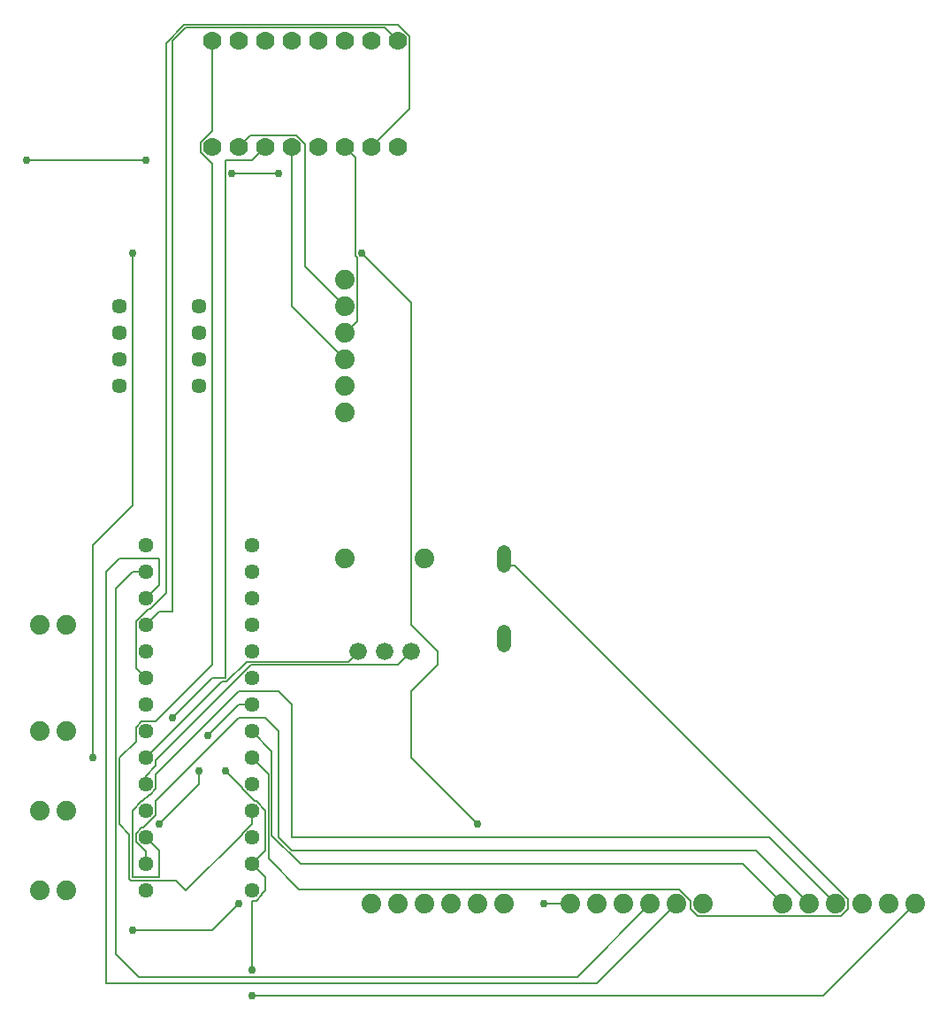
<source format=gbr>
G04 EAGLE Gerber RS-274X export*
G75*
%MOMM*%
%FSLAX34Y34*%
%LPD*%
%INBottom Copper*%
%IPPOS*%
%AMOC8*
5,1,8,0,0,1.08239X$1,22.5*%
G01*
G04 Define Apertures*
%ADD10C,1.879600*%
%ADD11C,1.441000*%
%ADD12C,1.451900*%
%ADD13C,1.778000*%
%ADD14C,1.320800*%
%ADD15C,1.676400*%
%ADD16C,0.152400*%
%ADD17C,0.756400*%
D10*
X76200Y88900D03*
X101600Y88900D03*
X76200Y165100D03*
X101600Y165100D03*
X76200Y241300D03*
X101600Y241300D03*
D11*
X177800Y419100D03*
X177800Y393700D03*
X177800Y368300D03*
X177800Y342900D03*
X177800Y317500D03*
X177800Y292100D03*
X177800Y266700D03*
X177800Y241300D03*
X177800Y215900D03*
X177800Y190500D03*
X177800Y165100D03*
X177800Y139700D03*
X177800Y114300D03*
X177800Y88900D03*
X279400Y88900D03*
X279400Y114300D03*
X279400Y139700D03*
X279400Y165100D03*
X279400Y190500D03*
X279400Y215900D03*
X279400Y241300D03*
X279400Y266700D03*
X279400Y292100D03*
X279400Y317500D03*
X279400Y342900D03*
X279400Y368300D03*
X279400Y393700D03*
X279400Y419100D03*
D12*
X152400Y647700D03*
X152400Y622300D03*
X152400Y596900D03*
X152400Y571500D03*
X228600Y571500D03*
X228600Y596900D03*
X228600Y622300D03*
X228600Y647700D03*
D10*
X76200Y342900D03*
X101600Y342900D03*
X393700Y76200D03*
X419100Y76200D03*
X444500Y76200D03*
X469900Y76200D03*
X495300Y76200D03*
X520700Y76200D03*
X787400Y76200D03*
X812800Y76200D03*
X838200Y76200D03*
X863600Y76200D03*
X889000Y76200D03*
X914400Y76200D03*
X584200Y76200D03*
X609600Y76200D03*
X635000Y76200D03*
X660400Y76200D03*
X685800Y76200D03*
X711200Y76200D03*
X368300Y546100D03*
X368300Y571500D03*
X368300Y596900D03*
X368300Y622300D03*
X368300Y647700D03*
X368300Y673100D03*
D13*
X241300Y800100D03*
X266700Y800100D03*
X292100Y800100D03*
X317500Y800100D03*
X342900Y800100D03*
X368300Y800100D03*
X419100Y800100D03*
X393700Y800100D03*
X419100Y901700D03*
X292100Y901700D03*
X317500Y901700D03*
X342900Y901700D03*
X393700Y901700D03*
X368300Y901700D03*
X266700Y901700D03*
X241300Y901700D03*
D10*
X368300Y406400D03*
X444500Y406400D03*
D14*
X520700Y336804D02*
X520700Y323596D01*
X520700Y399796D02*
X520700Y413004D01*
D15*
X381000Y317500D03*
X406400Y317500D03*
X431800Y317500D03*
D16*
X381000Y317500D02*
X371434Y307934D01*
X250952Y289052D02*
X177800Y215900D01*
X250952Y289052D02*
X255263Y289052D01*
X274144Y307934D02*
X371434Y307934D01*
X274144Y307934D02*
X255263Y289052D01*
X419100Y304800D02*
X431800Y317500D01*
X419100Y304800D02*
X278678Y304800D01*
X187291Y213413D01*
X187291Y208274D01*
X177800Y198783D01*
X177800Y190500D01*
X520700Y399796D02*
X520700Y406400D01*
X520700Y399796D02*
X531128Y399796D01*
X849884Y81040D01*
X849884Y71360D01*
X843040Y64516D01*
X706360Y64516D01*
X699516Y71360D01*
X699516Y79008D01*
X688181Y90343D01*
X324447Y90343D01*
X295148Y200152D02*
X279400Y215900D01*
X295148Y119641D02*
X324447Y90343D01*
X295148Y119641D02*
X295148Y200152D01*
X279400Y266700D02*
X266700Y266700D01*
D17*
X237009Y237009D03*
D16*
X266700Y266700D01*
X749300Y114300D02*
X787400Y76200D01*
X325889Y114300D02*
X298196Y141993D01*
X325889Y114300D02*
X749300Y114300D01*
X298196Y222504D02*
X279400Y241300D01*
X298196Y222504D02*
X298196Y141993D01*
X762000Y127000D02*
X812800Y76200D01*
X762000Y127000D02*
X317500Y127000D01*
X304800Y139700D01*
X304800Y241300D01*
X292100Y254000D01*
X266700Y254000D01*
X173869Y149191D02*
X168309Y143631D01*
X168309Y135769D01*
X187291Y174591D02*
X266700Y254000D01*
X175313Y149191D02*
X173869Y149191D01*
X177800Y126278D02*
X177800Y114300D01*
X187291Y161169D02*
X187291Y174591D01*
X187291Y161169D02*
X175313Y149191D01*
X168309Y135769D02*
X177800Y126278D01*
X774700Y139700D02*
X838200Y76200D01*
X774700Y139700D02*
X317500Y139700D01*
X317500Y266700D01*
X304800Y279400D01*
X266700Y279400D01*
X187291Y186569D02*
X181731Y181009D01*
X187291Y199991D02*
X266700Y279400D01*
X181731Y181009D02*
X181009Y181009D01*
X187291Y186569D02*
X187291Y199991D01*
X181009Y181009D02*
X174591Y174591D01*
X173869Y174591D01*
X165100Y165822D01*
X165100Y101600D01*
X190500Y101600D01*
X190500Y127000D01*
X177800Y139700D01*
D17*
X266700Y76200D03*
D16*
X241300Y50800D01*
X165100Y50800D01*
D17*
X165100Y50800D03*
X63500Y787400D03*
D16*
X177800Y787400D01*
D17*
X177800Y787400D03*
X304800Y774700D03*
X260068Y774700D03*
D16*
X304800Y774700D01*
X292100Y800100D02*
X279400Y787400D01*
X254000Y787400D01*
D17*
X279400Y12700D03*
D16*
X279400Y79409D01*
X283331Y79409D01*
X288891Y84969D01*
X288891Y85691D01*
X292100Y88900D01*
X292100Y101600D01*
X279400Y114300D01*
X254000Y292100D02*
X254000Y787400D01*
X254000Y292100D02*
X241300Y292100D01*
X203200Y254000D01*
D17*
X203200Y254000D03*
X254000Y203200D03*
D16*
X269909Y187291D01*
X269909Y186569D01*
X281887Y174591D01*
X283331Y174591D01*
X292100Y165822D01*
X292100Y127000D01*
X279400Y114300D01*
D17*
X279400Y-11458D03*
D16*
X826742Y-11458D02*
X914400Y76200D01*
X826742Y-11458D02*
X279400Y-11458D01*
X457200Y317500D02*
X431800Y342900D01*
X457200Y317500D02*
X457200Y304800D01*
X431800Y279400D01*
X431800Y215900D01*
X495300Y152400D01*
D17*
X495300Y152400D03*
X558800Y76200D03*
D16*
X584200Y76200D01*
D17*
X384403Y698500D03*
D16*
X431800Y651103D01*
X431800Y342900D01*
X230124Y795471D02*
X230124Y804729D01*
X173869Y250791D02*
X168309Y245231D01*
X241300Y815905D02*
X241300Y901700D01*
X241300Y784295D02*
X241300Y304800D01*
X187291Y250791D01*
X168309Y231809D02*
X152400Y215900D01*
X230124Y804729D02*
X241300Y815905D01*
X230124Y795471D02*
X241300Y784295D01*
X187291Y250791D02*
X173869Y250791D01*
X168309Y245231D02*
X168309Y231809D01*
X152400Y215900D02*
X152400Y152400D01*
X162052Y142748D01*
X162052Y100337D01*
X163837Y98552D01*
X206248Y98552D02*
X215900Y88900D01*
X206248Y98552D02*
X163837Y98552D01*
X215900Y88900D02*
X269909Y142909D01*
X269909Y143631D01*
X279400Y153122D02*
X279400Y165100D01*
X279400Y153122D02*
X269909Y143631D01*
X177800Y393700D02*
X165100Y393700D01*
X149352Y377952D02*
X149352Y28448D01*
X149352Y377952D02*
X165100Y393700D01*
X149352Y28448D02*
X171168Y6632D01*
X590832Y6632D01*
X660400Y76200D01*
X685800Y76200D02*
X609600Y0D01*
X139700Y0D01*
X139700Y393700D01*
X152400Y406400D01*
X190500Y406400D01*
X190500Y381000D01*
X177800Y368300D01*
X266700Y800100D02*
X277876Y811276D01*
X322129Y811276D01*
X330200Y803205D01*
X330200Y685800D01*
X368300Y647700D01*
X379984Y633984D02*
X368300Y622300D01*
X379984Y694338D02*
X378335Y695987D01*
X379984Y694338D02*
X379984Y633984D01*
X378335Y790065D02*
X368300Y800100D01*
X378335Y790065D02*
X378335Y695987D01*
X317500Y647700D02*
X317500Y800100D01*
X317500Y647700D02*
X368300Y596900D01*
X419100Y901700D02*
X406400Y914400D01*
X215900Y914400D01*
X203200Y901700D01*
X203200Y355600D01*
X190500Y355600D02*
X177800Y342900D01*
X190500Y355600D02*
X203200Y355600D01*
X393700Y800100D02*
X430276Y836676D01*
X430276Y906329D01*
X419157Y917448D01*
X214637Y917448D01*
X196909Y899719D01*
X196909Y373986D01*
X181731Y358809D01*
X180287Y358809D01*
X168309Y346831D01*
X168309Y301591D01*
X177800Y292100D01*
D17*
X165100Y698500D03*
D16*
X165100Y457200D01*
X127000Y419100D01*
X127000Y215900D01*
D17*
X127000Y215900D03*
X228600Y203200D03*
D16*
X228600Y190500D01*
X190500Y152400D01*
D17*
X190500Y152400D03*
M02*

</source>
